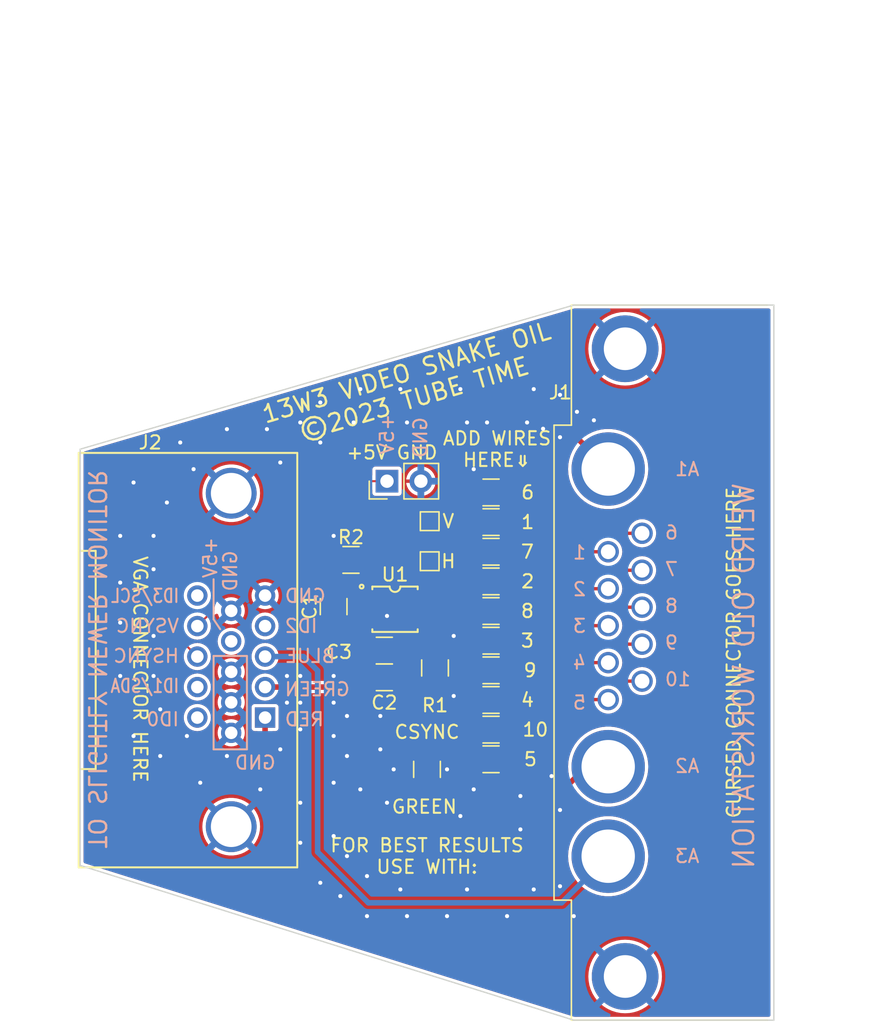
<source format=kicad_pcb>
(kicad_pcb (version 20221018) (generator pcbnew)
  (title_block (title "13W3 Video Snake Oil") (comment 1 "http://creativecommons.org/licenses/by-sa/4.0/") (comment 2 "4.0 International License. To view a copy of the license, visit ") (comment 3 "This work is licensed under the Creative Commons Attribution-ShareAlike") (comment 4 "Copyright (C) 2023 Tube Time"))
  (layers (0 "F.Cu" signal) (31 "B.Cu" signal) (34 "B.Paste" user) (35 "F.Paste" user) (36 "B.SilkS" user "B.Silkscreen") (37 "F.SilkS" user "F.Silkscreen") (38 "B.Mask" user) (39 "F.Mask" user) (44 "Edge.Cuts" user))
  (net 0 "")
  (net 1 "+5V")
  (net 2 "GND")
  (net 3 "Net-(C2-Pad1)")
  (net 4 "Net-(U1-Pad4)")
  (net 5 "Net-(J1-Pad1)")
  (net 6 "Net-(J1-Pad2)")
  (net 7 "Net-(J1-Pad3)")
  (net 8 "Net-(J1-Pad4)")
  (net 9 "Net-(J1-Pad5)")
  (net 10 "Net-(J1-Pad6)")
  (net 11 "Net-(J1-Pad7)")
  (net 12 "Net-(J1-Pad8)")
  (net 13 "Net-(J1-Pad9)")
  (net 14 "Net-(J1-Pad10)")
  (net 15 "Net-(J2-Pad3)")
  (net 19 "/~{HOUT}")
  (net 20 "/~{VOUT}")
  (net 22 "Net-(JP11-Pad1)")
  (net 23 "Net-(U1-Pad1)")
  (net 29 "Net-(J1-PadA1)")
  (net 30 "Net-(J1-PadA2)")
  (footprint "Connector_PinHeader_2.54mm:PinHeader_1x02_P2.54mm_Vertical" (layer "F.Cu") (at 128 81.4 90)
    (fp_text reference "J5" hide)
    (fp_text value "PWR")
    (fp_line (start -1.33 -1.33) (end 0 -1.33) (stroke (width 0.12)) (layer "F.SilkS"))
    (fp_line (start -1.33 0) (end -1.33 -1.33) (stroke (width 0.12)) (layer "F.SilkS"))
    (fp_line (start -1.33 1.27) (end -1.33 3.87) (stroke (width 0.12)) (layer "F.SilkS"))
    (fp_line (start -1.33 1.27) (end 1.33 1.27) (stroke (width 0.12)) (layer "F.SilkS"))
    (fp_line (start -1.33 3.87) (end 1.33 3.87) (stroke (width 0.12)) (layer "F.SilkS"))
    (fp_line (start 1.33 1.27) (end 1.33 3.87) (stroke (width 0.12)) (layer "F.SilkS"))
    (pad "1" thru_hole rect (at 0 0 90) (size 1.7 1.7) (drill 1) (layers "*.Cu" "*.Mask") (net 1 "+5V"))
    (pad "2" thru_hole oval (at 0 2.54 90) (size 1.7 1.7) (drill 1) (layers "*.Cu" "*.Mask") (net 2 "GND"))
  )
  (footprint "Passive:RESC2012X55" (layer "F.Cu") (at 135.8 93.355556)
    (fp_text reference "JP3" hide)
    (fp_text value "SolderJumper_2_Open")
    (fp_line (start -0.6 -1) (end 0.6 -1) (stroke (width 0.12)) (layer "F.SilkS"))
    (fp_line (start 0.6 1) (end -0.6 1) (stroke (width 0.12)) (layer "F.SilkS"))
    (pad "1" smd rect (at -1.25 0) (size 1.2 1.3) (layers "F.Cu" "F.Paste" "F.Mask") (net 2 "GND"))
    (pad "2" smd rect (at 1.25 0) (size 1.2 1.3) (layers "F.Cu" "F.Paste" "F.Mask") (net 7 "Net-(J1-Pad3)"))
  )
  (footprint "Passive:RESC2012X55" (layer "F.Cu") (at 135.8 91.133334)
    (fp_text reference "JP8" hide)
    (fp_text value "SolderJumper_2_Open")
    (fp_line (start -0.6 -1) (end 0.6 -1) (stroke (width 0.12)) (layer "F.SilkS"))
    (fp_line (start 0.6 1) (end -0.6 1) (stroke (width 0.12)) (layer "F.SilkS"))
    (pad "1" smd rect (at -1.25 0) (size 1.2 1.3) (layers "F.Cu" "F.Paste" "F.Mask") (net 2 "GND"))
    (pad "2" smd rect (at 1.25 0) (size 1.2 1.3) (layers "F.Cu" "F.Paste" "F.Mask") (net 12 "Net-(J1-Pad8)"))
  )
  (footprint "Passive:RESC2012X55" (layer "F.Cu") (at 135.8 84.466668)
    (fp_text reference "JP1" hide)
    (fp_text value "SolderJumper_2_Open")
    (fp_line (start -0.6 -1) (end 0.6 -1) (stroke (width 0.12)) (layer "F.SilkS"))
    (fp_line (start 0.6 1) (end -0.6 1) (stroke (width 0.12)) (layer "F.SilkS"))
    (pad "1" smd rect (at -1.25 0) (size 1.2 1.3) (layers "F.Cu" "F.Paste" "F.Mask") (net 2 "GND"))
    (pad "2" smd rect (at 1.25 0) (size 1.2 1.3) (layers "F.Cu" "F.Paste" "F.Mask") (net 5 "Net-(J1-Pad1)"))
  )
  (footprint "Passive:CAPC2012X55" (layer "F.Cu") (at 127.8 94.1 180)
    (fp_text reference "C3" (at 3.4 -0.1) (layer "F.SilkS"))
    (fp_text value "0.1uF")
    (fp_line (start -0.6 -1) (end 0.6 -1) (stroke (width 0.12)) (layer "F.SilkS"))
    (fp_line (start 0.6 1) (end -0.6 1) (stroke (width 0.12)) (layer "F.SilkS"))
    (pad "1" smd rect (at -1.25 0 180) (size 1.2 1.3) (layers "F.Cu" "F.Paste" "F.Mask") (net 3 "Net-(C2-Pad1)"))
    (pad "2" smd rect (at 1.25 0 180) (size 1.2 1.3) (layers "F.Cu" "F.Paste" "F.Mask") (net 4 "Net-(U1-Pad4)"))
  )
  (footprint "Passive:RESC2012X55" (layer "F.Cu") (at 135.8 82.244446)
    (fp_text reference "JP6" hide)
    (fp_text value "SolderJumper_2_Open")
    (fp_line (start -0.6 -1) (end 0.6 -1) (stroke (width 0.12)) (layer "F.SilkS"))
    (fp_line (start 0.6 1) (end -0.6 1) (stroke (width 0.12)) (layer "F.SilkS"))
    (pad "1" smd rect (at -1.25 0) (size 1.2 1.3) (layers "F.Cu" "F.Paste" "F.Mask") (net 2 "GND"))
    (pad "2" smd rect (at 1.25 0) (size 1.2 1.3) (layers "F.Cu" "F.Paste" "F.Mask") (net 10 "Net-(J1-Pad6)"))
  )
  (footprint "Passive:CAPC2012X55" (layer "F.Cu") (at 124 90.8 90)
    (fp_text reference "C1" (at 0 -1.8 90) (layer "F.SilkS"))
    (fp_text value "0.1uF")
    (fp_line (start -0.6 -1) (end 0.6 -1) (stroke (width 0.12)) (layer "F.SilkS"))
    (fp_line (start 0.6 1) (end -0.6 1) (stroke (width 0.12)) (layer "F.SilkS"))
    (pad "1" smd rect (at -1.25 0 90) (size 1.2 1.3) (layers "F.Cu" "F.Paste" "F.Mask") (net 1 "+5V"))
    (pad "2" smd rect (at 1.25 0 90) (size 1.2 1.3) (layers "F.Cu" "F.Paste" "F.Mask") (net 2 "GND"))
  )
  (footprint "Passive:RESC2012X55" (layer "F.Cu") (at 135.8 86.68889)
    (fp_text reference "JP7" hide)
    (fp_text value "SolderJumper_2_Open")
    (fp_line (start -0.6 -1) (end 0.6 -1) (stroke (width 0.12)) (layer "F.SilkS"))
    (fp_line (start 0.6 1) (end -0.6 1) (stroke (width 0.12)) (layer "F.SilkS"))
    (pad "1" smd rect (at -1.25 0) (size 1.2 1.3) (layers "F.Cu" "F.Paste" "F.Mask") (net 2 "GND"))
    (pad "2" smd rect (at 1.25 0) (size 1.2 1.3) (layers "F.Cu" "F.Paste" "F.Mask") (net 11 "Net-(J1-Pad7)"))
  )
  (footprint "Passive:RESC2012X55" (layer "F.Cu") (at 125.3 87.3)
    (fp_text reference "R2" (at 0 -1.7) (layer "F.SilkS"))
    (fp_text value "10K 1%")
    (fp_line (start -0.6 -1) (end 0.6 -1) (stroke (width 0.12)) (layer "F.SilkS"))
    (fp_line (start 0.6 1) (end -0.6 1) (stroke (width 0.12)) (layer "F.SilkS"))
    (pad "1" smd rect (at -1.25 0) (size 1.2 1.3) (layers "F.Cu" "F.Paste" "F.Mask") (net 2 "GND"))
    (pad "2" smd rect (at 1.25 0) (size 1.2 1.3) (layers "F.Cu" "F.Paste" "F.Mask") (net 23 "Net-(U1-Pad1)"))
  )
  (footprint "Passive:RESC2012X55" (layer "F.Cu") (at 135.8 100.022222)
    (fp_text reference "JP10" hide)
    (fp_text value "SolderJumper_2_Open")
    (fp_line (start -0.6 -1) (end 0.6 -1) (stroke (width 0.12)) (layer "F.SilkS"))
    (fp_line (start 0.6 1) (end -0.6 1) (stroke (width 0.12)) (layer "F.SilkS"))
    (pad "1" smd rect (at -1.25 0) (size 1.2 1.3) (layers "F.Cu" "F.Paste" "F.Mask") (net 2 "GND"))
    (pad "2" smd rect (at 1.25 0) (size 1.2 1.3) (layers "F.Cu" "F.Paste" "F.Mask") (net 14 "Net-(J1-Pad10)"))
  )
  (footprint "Passive:CAPC2012X55" (layer "F.Cu") (at 127.8 96.1 180)
    (fp_text reference "C2" (at 0 -1.9) (layer "F.SilkS"))
    (fp_text value "560pF")
    (fp_line (start -0.6 -1) (end 0.6 -1) (stroke (width 0.12)) (layer "F.SilkS"))
    (fp_line (start 0.6 1) (end -0.6 1) (stroke (width 0.12)) (layer "F.SilkS"))
    (pad "1" smd rect (at -1.25 0 180) (size 1.2 1.3) (layers "F.Cu" "F.Paste" "F.Mask") (net 3 "Net-(C2-Pad1)"))
    (pad "2" smd rect (at 1.25 0 180) (size 1.2 1.3) (layers "F.Cu" "F.Paste" "F.Mask") (net 2 "GND"))
  )
  (footprint "Conn:DB15HDFC" (layer "F.Cu") (at 116.321 107.2968 90)
    (fp_text reference "J2" (at 28.7968 -6.071 180) (layer "F.SilkS"))
    (fp_text value "VGA")
    (fp_line (start -3.048 -11.43) (end -3.048 4.953) (stroke (width 0.15)) (layer "F.SilkS"))
    (fp_line (start -3.048 4.953) (end 28.0162 4.953) (stroke (width 0.15)) (layer "F.SilkS"))
    (fp_line (start 4.318 -10.16) (end 4.318 -11.43) (stroke (width 0.15)) (layer "F.SilkS"))
    (fp_line (start 4.318 -10.16) (end 20.6756 -10.16) (stroke (width 0.15)) (layer "F.SilkS"))
    (fp_line (start 20.6756 -11.43) (end 20.6756 -10.16) (stroke (width 0.15)) (layer "F.SilkS"))
    (fp_line (start 28.0162 -11.43) (end -3.048 -11.43) (stroke (width 0.15)) (layer "F.SilkS"))
    (fp_line (start 28.0162 4.953) (end 28.0162 -11.43) (stroke (width 0.15)) (layer "F.SilkS"))
    (pad "1" thru_hole rect (at 8.1788 2.54 90) (size 1.524 1.524) (drill 0.9398) (layers "*.Cu" "*.Mask") (net 29 "Net-(J1-PadA1)"))
    (pad "2" thru_hole circle (at 10.4648 2.54 90) (size 1.524 1.524) (drill 0.9398) (layers "*.Cu" "*.Mask") (net 30 "Net-(J1-PadA2)"))
    (pad "3" thru_hole circle (at 12.7508 2.54 90) (size 1.524 1.524) (drill 0.9398) (layers "*.Cu" "*.Mask") (net 15 "Net-(J2-Pad3)"))
    (pad "4" thru_hole circle (at 15.0368 2.54 90) (size 1.524 1.524) (drill 0.9398) (layers "*.Cu" "*.Mask"))
    (pad "5" thru_hole circle (at 17.3228 2.54 90) (size 1.524 1.524) (drill 0.9398) (layers "*.Cu" "*.Mask") (net 2 "GND"))
    (pad "6" thru_hole circle (at 7.0358 0 90) (size 1.524 1.524) (drill 0.9398) (layers "*.Cu" "*.Mask") (net 2 "GND"))
    (pad "7" thru_hole circle (at 9.3218 0 90) (size 1.524 1.524) (drill 0.9398) (layers "*.Cu" "*.Mask") (net 2 "GND"))
    (pad "8" thru_hole circle (at 11.6078 0 90) (size 1.524 1.524) (drill 0.9398) (layers "*.Cu" "*.Mask") (net 2 "GND"))
    (pad "9" thru_hole circle (at 13.8938 0 90) (size 1.524 1.524) (drill 0.9398) (layers "*.Cu" "*.Mask"))
    (pad "10" thru_hole circle (at 16.1798 0 90) (size 1.524 1.524) (drill 0.9398) (layers "*.Cu" "*.Mask") (net 2 "GND"))
    (pad "11" thru_hole circle (at 8.1788 -2.54 90) (size 1.524 1.524) (drill 0.9398) (layers "*.Cu" "*.Mask"))
    (pad "12" thru_hole circle (at 10.4648 -2.54 90) (size 1.524 1.524) (drill 0.9398) (layers "*.Cu" "*.Mask"))
    (pad "13" thru_hole circle (at 12.7508 -2.54 90) (size 1.524 1.524) (drill 0.9398) (layers "*.Cu" "*.Mask") (net 19 "/~{HOUT}"))
    (pad "14" thru_hole circle (at 15.0368 -2.54 90) (size 1.524 1.524) (drill 0.9398) (layers "*.Cu" "*.Mask") (net 20 "/~{VOUT}"))
    (pad "15" thru_hole circle (at 17.3228 -2.54 90) (size 1.524 1.524) (drill 0.9398) (layers "*.Cu" "*.Mask"))
    (pad "SH" thru_hole circle (at 0 0 90) (size 3.81 3.81) (drill 3.048) (layers "*.Cu" "*.Mask") (net 2 "GND"))
    (pad "SH" thru_hole circle (at 24.9936 0 90) (size 3.81 3.81) (drill 3.048) (layers "*.Cu" "*.Mask") (net 2 "GND"))
  )
  (footprint "TestPoint:TestPoint_Pad_1.0x1.0mm" (layer "F.Cu") (at 131.2 84.4)
    (fp_text reference "J4" hide)
    (fp_text value "V")
    (fp_line (start -0.7 -0.7) (end 0.7 -0.7) (stroke (width 0.12)) (layer "F.SilkS"))
    (fp_line (start -0.7 0.7) (end -0.7 -0.7) (stroke (width 0.12)) (layer "F.SilkS"))
    (fp_line (start 0.7 -0.7) (end 0.7 0.7) (stroke (width 0.12)) (layer "F.SilkS"))
    (fp_line (start 0.7 0.7) (end -0.7 0.7) (stroke (width 0.12)) (layer "F.SilkS"))
    (pad "1" smd rect (at 0 0) (size 1 1) (layers "F.Cu" "F.Mask") (net 20 "/~{VOUT}"))
  )
  (footprint "Passive:RESC2012X55" (layer "F.Cu") (at 135.8 88.911112)
    (fp_text reference "JP2" hide)
    (fp_text value "SolderJumper_2_Open")
    (fp_line (start -0.6 -1) (end 0.6 -1) (stroke (width 0.12)) (layer "F.SilkS"))
    (fp_line (start 0.6 1) (end -0.6 1) (stroke (width 0.12)) (layer "F.SilkS"))
    (pad "1" smd rect (at -1.25 0) (size 1.2 1.3) (layers "F.Cu" "F.Paste" "F.Mask") (net 2 "GND"))
    (pad "2" smd rect (at 1.25 0) (size 1.2 1.3) (layers "F.Cu" "F.Paste" "F.Mask") (net 6 "Net-(J1-Pad2)"))
  )
  (footprint "Passive:RESC2012X55" (layer "F.Cu") (at 135.8 102.244446)
    (fp_text reference "JP5" hide)
    (fp_text value "SolderJumper_2_Open")
    (fp_line (start -0.6 -1) (end 0.6 -1) (stroke (width 0.12)) (layer "F.SilkS"))
    (fp_line (start 0.6 1) (end -0.6 1) (stroke (width 0.12)) (layer "F.SilkS"))
    (pad "1" smd rect (at -1.25 0) (size 1.2 1.3) (layers "F.Cu" "F.Paste" "F.Mask") (net 2 "GND"))
    (pad "2" smd rect (at 1.25 0) (size 1.2 1.3) (layers "F.Cu" "F.Paste" "F.Mask") (net 9 "Net-(J1-Pad5)"))
  )
  (footprint "Passive:RESC2012X55" (layer "F.Cu") (at 135.8 97.8)
    (fp_text reference "JP4" hide)
    (fp_text value "SolderJumper_2_Open")
    (fp_line (start -0.6 -1) (end 0.6 -1) (stroke (width 0.12)) (layer "F.SilkS"))
    (fp_line (start 0.6 1) (end -0.6 1) (stroke (width 0.12)) (layer "F.SilkS"))
    (pad "1" smd rect (at -1.25 0) (size 1.2 1.3) (layers "F.Cu" "F.Paste" "F.Mask") (net 2 "GND"))
    (pad "2" smd rect (at 1.25 0) (size 1.2 1.3) (layers "F.Cu" "F.Paste" "F.Mask") (net 8 "Net-(J1-Pad4)"))
  )
  (footprint "TestPoint:TestPoint_Pad_1.0x1.0mm" (layer "F.Cu") (at 131.2 87.4)
    (fp_text reference "J3" hide)
    (fp_text value "H")
    (fp_line (start -0.7 -0.7) (end 0.7 -0.7) (stroke (width 0.12)) (layer "F.SilkS"))
    (fp_line (start -0.7 0.7) (end -0.7 -0.7) (stroke (width 0.12)) (layer "F.SilkS"))
    (fp_line (start 0.7 -0.7) (end 0.7 0.7) (stroke (width 0.12)) (layer "F.SilkS"))
    (fp_line (start 0.7 0.7) (end -0.7 0.7) (stroke (width 0.12)) (layer "F.SilkS"))
    (pad "1" smd rect (at 0 0) (size 1 1) (layers "F.Cu" "F.Mask") (net 19 "/~{HOUT}"))
  )
  (footprint "Conn:DSUB-13W3" (layer "F.Cu") (at 156.5225 95 90)
    (fp_text reference "J1" (at 20.25 -15.5225 180) (layer "F.SilkS"))
    (fp_text value "DB13W3")
    (fp_line (start -26.8 -14.7) (end -17.8 -14.7) (stroke (width 0.12)) (layer "F.SilkS"))
    (fp_line (start -26.8 0) (end -26.8 -14.7) (stroke (width 0.12)) (layer "F.SilkS"))
    (fp_line (start -17.8 -16) (end 17.8 -16) (stroke (width 0.12)) (layer "F.SilkS"))
    (fp_line (start -17.8 -14.7) (end -17.8 -16) (stroke (width 0.12)) (layer "F.SilkS"))
    (fp_line (start 17.8 -14.7) (end 17.8 -16) (stroke (width 0.12)) (layer "F.SilkS"))
    (fp_line (start 17.8 -14.7) (end 26.8 -14.7) (stroke (width 0.12)) (layer "F.SilkS"))
    (fp_line (start 26.8 -14.7) (end 26.8 0) (stroke (width 0.12)) (layer "F.SilkS"))
    (pad "1" thru_hole circle (at 8.31 -11.94 90) (size 1.6 1.6) (drill 1.1) (layers "*.Cu" "*.Mask") (net 5 "Net-(J1-Pad1)"))
    (pad "2" thru_hole circle (at 5.54 -11.94 90) (size 1.6 1.6) (drill 1.1) (layers "*.Cu" "*.Mask") (net 6 "Net-(J1-Pad2)"))
    (pad "3" thru_hole circle (at 2.77 -11.94 90) (size 1.6 1.6) (drill 1.1) (layers "*.Cu" "*.Mask") (net 7 "Net-(J1-Pad3)"))
    (pad "4" thru_hole circle (at 0 -11.94 90) (size 1.6 1.6) (drill 1.1) (layers "*.Cu" "*.Mask") (net 8 "Net-(J1-Pad4)"))
    (pad "5" thru_hole circle (at -2.77 -11.94 90) (size 1.6 1.6) (drill 1.1) (layers "*.Cu" "*.Mask") (net 9 "Net-(J1-Pad5)"))
    (pad "6" thru_hole circle (at 9.695 -9.4 90) (size 1.6 1.6) (drill 1.1) (layers "*.Cu" "*.Mask") (net 10 "Net-(J1-Pad6)"))
    (pad "7" thru_hole circle (at 6.925 -9.4 90) (size 1.6 1.6) (drill 1.1) (layers "*.Cu" "*.Mask") (net 11 "Net-(J1-Pad7)"))
    (pad "8" thru_hole circle (at 4.155 -9.4 90) (size 1.6 1.6) (drill 1.1) (layers "*.Cu" "*.Mask") (net 12 "Net-(J1-Pad8)"))
    (pad "9" thru_hole circle (at 1.385 -9.4 90) (size 1.6 1.6) (drill 1.1) (layers "*.Cu" "*.Mask") (net 13 "Net-(J1-Pad9)"))
    (pad "10" thru_hole circle (at -1.385 -9.4 90) (size 1.6 1.6) (drill 1.1) (layers "*.Cu" "*.Mask") (net 14 "Net-(J1-Pad10)"))
    (pad "A1" thru_hole circle (at 14.51 -11.94 90) (size 5.5 5.5) (drill 4) (layers "*.Cu" "*.Mask") (net 29 "Net-(J1-PadA1)"))
    (pad "A2" thru_hole circle (at -7.798 -11.94 90) (size 5.5 5.5) (drill 4) (layers "*.Cu" "*.Mask") (net 30 "Net-(J1-PadA2)"))
    (pad "A3" thru_hole circle (at -14.51 -11.94 90) (size 5.5 5.5) (drill 4) (layers "*.Cu" "*.Mask") (net 15 "Net-(J2-Pad3)"))
    (pad "SH" thru_hole circle (at -23.525 -10.67 90) (size 5 5) (drill 3.2) (layers "*.Cu" "*.Mask") (net 2 "GND"))
    (pad "SH" thru_hole circle (at 23.525 -10.67 90) (size 5 5) (drill 3.2) (layers "*.Cu" "*.Mask") (net 2 "GND"))
  )
  (footprint "Passive:RESC2012X55" (layer "F.Cu") (at 131 103 -90)
    (fp_text reference "JP11" hide)
    (fp_text value "SolderJumper_2_Open")
    (fp_line (start -0.6 -1) (end 0.6 -1) (stroke (width 0.12)) (layer "F.SilkS"))
    (fp_line (start 0.6 1) (end -0.6 1) (stroke (width 0.12)) (layer "F.SilkS"))
    (pad "1" smd rect (at -1.25 0 270) (size 1.2 1.3) (layers "F.Cu" "F.Paste" "F.Mask") (net 22 "Net-(JP11-Pad1)"))
    (pad "2" smd rect (at 1.25 0 270) (size 1.2 1.3) (layers "F.Cu" "F.Paste" "F.Mask") (net 30 "Net-(J1-PadA2)"))
  )
  (footprint "Active:SSOP50P500X110-10" (layer "F.Cu") (at 128.6 91)
    (fp_text reference "U1" (at 0 -2.6) (layer "F.SilkS"))
    (fp_text value "LMH1980")
    (fp_line (start -1.7 -1.7) (end -1.7 -1.5) (stroke (width 0.15)) (layer "F.SilkS"))
    (fp_line (start -1.7 -1.7) (end -0.4 -1.7) (stroke (width 0.15)) (layer "F.SilkS"))
    (fp_line (start -1.7 1.7) (end -1.7 1.5) (stroke (width 0.15)) (layer "F.SilkS"))
    (fp_line (start -1.7 1.7) (end 1.7 1.7) (stroke (width 0.15)) (layer "F.SilkS"))
    (fp_line (start 0.4 -1.7) (end 1.7 -1.7) (stroke (width 0.15)) (layer "F.SilkS"))
    (fp_line (start 1.7 -1.7) (end 1.7 -1.5) (stroke (width 0.15)) (layer "F.SilkS"))
    (fp_line (start 1.7 1.7) (end 1.7 1.5) (stroke (width 0.15)) (layer "F.SilkS"))
    (fp_arc (start 0.4 -1.7) (mid 0 -1.3) (end -0.4 -1.7) (stroke (width 0.15)) (layer "F.SilkS"))
    (fp_circle (center -2.5 -1.7) (end -2.4 -1.6) (stroke (width 0.15)) (fill none) (layer "F.SilkS"))
    (pad "1" smd rect (at -2.2 -1) (size 1.4 0.3) (layers "F.Cu" "F.Paste" "F.Mask") (net 23 "Net-(U1-Pad1)"))
    (pad "2" smd rect (at -2.2 -0.5) (size 1.4 0.3) (layers "F.Cu" "F.Paste" "F.Mask") (net 2 "GND"))
    (pad "3" smd rect (at -2.2 0) (size 1.4 0.3) (layers "F.Cu" "F.Paste" "F.Mask") (net 1 "+5V"))
    (pad "4" smd rect (at -2.2 0.5) (size 1.4 0.3) (layers "F.Cu" "F.Paste" "F.Mask") (net 4 "Net-(U1-Pad4)"))
    (pad "5" smd rect (at -2.2 1) (size 1.4 0.3) (layers "F.Cu" "F.Paste" "F.Mask"))
    (pad "6" smd rect (at 2.2 1) (size 1.4 0.3) (layers "F.Cu" "F.Paste" "F.Mask") (net 19 "/~{HOUT}"))
    (pad "7" smd rect (at 2.2 0.5) (size 1.4 0.3) (layers "F.Cu" "F.Paste" "F.Mask") (net 20 "/~{VOUT}"))
    (pad "8" smd rect (at 2.2 0) (size 1.4 0.3) (layers "F.Cu" "F.Paste" "F.Mask"))
    (pad "9" smd rect (at 2.2 -0.5) (size 1.4 0.3) (layers "F.Cu" "F.Paste" "F.Mask"))
    (pad "10" smd rect (at 2.2 -1) (size 1.4 0.3) (layers "F.Cu" "F.Paste" "F.Mask"))
  )
  (footprint "Passive:RESC2012X55" (layer "F.Cu") (at 131.6 95.4 -90)
    (fp_text reference "R1" (at 2.8 0 180) (layer "F.SilkS"))
    (fp_text value "100")
    (fp_line (start -0.6 -1) (end 0.6 -1) (stroke (width 0.12)) (layer "F.SilkS"))
    (fp_line (start 0.6 1) (end -0.6 1) (stroke (width 0.12)) (layer "F.SilkS"))
    (pad "1" smd rect (at -1.25 0 270) (size 1.2 1.3) (layers "F.Cu" "F.Paste" "F.Mask") (net 3 "Net-(C2-Pad1)"))
    (pad "2" smd rect (at 1.25 0 270) (size 1.2 1.3) (layers "F.Cu" "F.Paste" "F.Mask") (net 22 "Net-(JP11-Pad1)"))
  )
  (footprint "Passive:RESC2012X55" (layer "F.Cu") (at 135.8 95.577778)
    (fp_text reference "JP9" hide)
    (fp_text value "SolderJumper_2_Open")
    (fp_line (start -0.6 -1) (end 0.6 -1) (stroke (width 0.12)) (layer "F.SilkS"))
    (fp_line (start 0.6 1) (end -0.6 1) (stroke (width 0.12)) (layer "F.SilkS"))
    (pad "1" smd rect (at -1.25 0) (size 1.2 1.3) (layers "F.Cu" "F.Paste" "F.Mask") (net 2 "GND"))
    (pad "2" smd rect (at 1.25 0) (size 1.2 1.3) (layers "F.Cu" "F.Paste" "F.Mask") (net 13 "Net-(J1-Pad9)"))
  )
  (gr_line (start 115.5 92.5) (end 115 91.75) (stroke (width 0.15)) (layer "B.SilkS"))
  (gr_line (start 115 91.75) (end 115 88.75) (stroke (width 0.15)) (layer "B.SilkS"))
  (gr_line (start 117.5 101.5) (end 117.5 94.5) (stroke (width 0.15)) (layer "B.SilkS"))
  (gr_line (start 115 101.5) (end 117.5 101.5) (stroke (width 0.15)) (layer "B.SilkS"))
  (gr_line (start 117.5 94.5) (end 115 94.5) (stroke (width 0.15)) (layer "B.SilkS"))
  (gr_line (start 115 94.5) (end 115 101.5) (stroke (width 0.15)) (layer "B.SilkS"))
  (gr_line (start 105 79) (end 105 110.2) (stroke (width 0.1)) (layer "Edge.Cuts"))
  (gr_line (start 157 68.2) (end 142 68.2) (stroke (width 0.1)) (layer "Edge.Cuts"))
  (gr_line (start 142 121.8) (end 157 121.8) (stroke (width 0.1)) (layer "Edge.Cuts"))
  (gr_line (start 157 121.8) (end 157 68.2) (stroke (width 0.1)) (layer "Edge.Cuts"))
  (gr_line (start 105 110.2) (end 142 121.8) (stroke (width 0.1)) (layer "Edge.Cuts"))
  (gr_line (start 142 68.2) (end 105 79) (stroke (width 0.1)) (layer "Edge.Cuts"))
  (gr_text "GND" (at 120.25 90) (layer "B.SilkS") (effects (font (size 1 1)) (justify right mirror)))
  (gr_text "ID3/SCL" (at 112.500004 89.999998) (layer "B.SilkS") (effects (font (size 1 0.8128)) (justify left mirror)))
  (gr_text "1" (at 142.999993 86.749992) (layer "B.SilkS") (effects (font (size 1 1)) (justify left mirror)))
  (gr_text "A2" (at 149.500006 102.75001) (layer "B.SilkS") (effects (font (size 1 1)) (justify right mirror)))
  (gr_text "+5V" (at 114.750012 88.749988 90) (layer "B.SilkS") (effects (font (size 1 1)) (justify right mirror)))
  (gr_text "4" (at 142.999993 94.999988) (layer "B.SilkS") (effects (font (size 1 1)) (justify left mirror)))
  (gr_text "A1" (at 149.500006 80.499991) (layer "B.SilkS") (effects (font (size 1 1)) (justify right mirror)))
  (gr_text "BLUE" (at 120.250001 94.499989) (layer "B.SilkS") (effects (font (size 1 1)) (justify right mirror)))
  (gr_text "7" (at 148.749995 88.000002) (layer "B.SilkS") (effects (font (size 1 1)) (justify right mirror)))
  (gr_text "ID0" (at 112.500004 99.249992) (layer "B.SilkS") (effects (font (size 1 1)) (justify left mirror)))
  (gr_text "TO SLIGHTLY NEWER MONITOR" (at 106.25 94.75 270) (layer "B.SilkS") (effects (font (size 1.27 1.27) (thickness 0.1778)) (justify mirror)))
  (gr_text "9" (at 148.749995 93.499991) (layer "B.SilkS") (effects (font (size 1 1)) (justify right mirror)))
  (gr_text "2" (at 142.999993 89.499999) (layer "B.SilkS") (effects (font (size 1 1)) (justify left mirror)))
  (gr_text "6" (at 148.75 85.25) (layer "B.SilkS") (effects (font (size 1 1)) (justify right mirror)))
  (gr_text "WEIRD OLD WORKSTATION" (at 154.750008 96.000011 90) (layer "B.SilkS") (effects (font (size 1.524 1.524) (thickness 0.1778)) (justify mirror)))
  (gr_text "RED" (at 120.25 99.249992) (layer "B.SilkS") (effects (font (size 1 1)) (justify right mirror)))
  (gr_text "3" (at 142.999993 92.250006) (layer "B.SilkS") (effects (font (size 1 1)) (justify left mirror)))
  (gr_text "HSYNC" (at 112.500004 94.499989) (layer "B.SilkS") (effects (font (size 1 1)) (justify left mirror)))
  (gr_text "+5V" (at 128 79.5 90) (layer "B.SilkS") (effects (font (size 1 1)) (justify right mirror)))
  (gr_text "GREEN" (at 120.250001 97.000009) (layer "B.SilkS") (effects (font (size 1 1)) (justify right mirror)))
  (gr_text "10" (at 148.749995 96.249998) (layer "B.SilkS") (effects (font (size 1 1)) (justify right mirror)))
  (gr_text "VSYNC" (at 112.500004 92.250006) (layer "B.SilkS") (effects (font (size 1 1)) (justify left mirror)))
  (gr_text "ID2" (at 120.25 92.25) (layer "B.SilkS") (effects (font (size 1 1)) (justify right mirror)))
  (gr_text "5" (at 142.999993 98.000007) (layer "B.SilkS") (effects (font (size 1 1)) (justify left mirror)))
  (gr_text "ID1/SDA" (at 112.500004 96.749997) (layer "B.SilkS") (effects (font (size 1 0.8128)) (justify left mirror)))
  (gr_text "GND" (at 130.5 79.75 90) (layer "B.SilkS") (effects (font (size 1 1)) (justify right mirror)))
  (gr_text "GND" (at 116.5 102.5) (layer "B.SilkS") (effects (font (size 1 1)) (justify right mirror)))
  (gr_text "8" (at 148.749995 90.750009) (layer "B.SilkS") (effects (font (size 1 1)) (justify right mirror)))
  (gr_text "GND" (at 116.25 89.75 90) (layer "B.SilkS") (effects (font (size 1 1)) (justify right mirror)))
  (gr_text "A3" (at 149.500006 109.50001) (layer "B.SilkS") (effects (font (size 1 1)) (justify right mirror)))
  (gr_text "6" (at 138.55 82.244446) (layer "F.SilkS") (effects (font (size 1 1))))
  (gr_text "4" (at 138.5275 97.8) (layer "F.SilkS") (effects (font (size 1 1))))
  (gr_text "CSYNC" (at 131 100.2) (layer "F.SilkS") (effects (font (size 1 1))))
  (gr_text "GREEN" (at 130.8 105.8) (layer "F.SilkS") (effects (font (size 1 1))))
  (gr_text "7" (at 138.5275 86.68889) (layer "F.SilkS") (effects (font (size 1 1))))
  (gr_text "9" (at 138.7275 95.577778) (layer "F.SilkS") (effects (font (size 1 1))))
  (gr_text "FOR BEST RESULTS\nUSE WITH:" (at 131 109.5) (layer "F.SilkS") (effects (font (size 1 1))))
  (gr_text "10" (at 139.1275 100.022222) (layer "F.SilkS") (effects (font (size 1 1))))
  (gr_text "3" (at 138.5275 93.355556) (layer "F.SilkS") (effects (font (size 1 1))))
  (gr_text "VGA CONNECTOR HERE" (at 109.50001 95.500012 270) (layer "F.SilkS") (effects (font (size 1 1))))
  (gr_text "2" (at 138.55 88.911112) (layer "F.SilkS") (effects (font (size 1 1))))
  (gr_text "+5V" (at 126.5 79.25) (layer "F.SilkS") (effects (font (size 1 1))))
  (gr_text "H" (at 132.6 87.4) (layer "F.SilkS") (effects (font (size 1 1))))
  (gr_text "5" (at 138.75 102.244446) (layer "F.SilkS") (effects (font (size 1 1))))
  (gr_text "CURSED CONNECTOR GOES HERE" (at 154 94.250002 90) (layer "F.SilkS") (effects (font (size 1 1))))
  (gr_text "ADD WIRES\nHERE⇓" (at 136.249994 78.999994) (layer "F.SilkS") (effects (font (size 1 1))))
  (gr_text "GND" (at 130.25 79.250007) (layer "F.SilkS") (effects (font (size 1 1))))
  (gr_text "13W3 VIDEO SNAKE OIL\n©2023 TUBE TIME" (at 129.750007 74.249991 16.5) (layer "F.SilkS") (effects (font (size 1.27 1.27) (thickness 0.1778))))
  (gr_text "1" (at 138.55 84.466668) (layer "F.SilkS") (effects (font (size 1 1))))
  (gr_text "8" (at 138.5275 91.133334) (layer "F.SilkS") (effects (font (size 1 1))))
  (gr_text "V" (at 132.6 84.4) (layer "F.SilkS") (effects (font (size 1 1))))
  (segment (start 122.4 85.8) (end 126.8 81.4) (width 0.1524) (layer "F.Cu") (net 1))
  (segment (start 123.05 92.05) (end 122.4 91.4) (width 0.1524) (layer "F.Cu") (net 1))
  (segment (start 122.4 91.4) (end 122.4 85.8) (width 0.1524) (layer "F.Cu") (net 1))
  (segment (start 125.05 91) (end 124 92.05) (width 0.1524) (layer "F.Cu") (net 1))
  (segment (start 126.4 91) (end 125.05 91) (width 0.1524) (layer "F.Cu") (net 1))
  (segment (start 126.8 81.4) (end 128 81.4) (width 0.1524) (layer "F.Cu") (net 1))
  (segment (start 124 92.05) (end 123.05 92.05) (width 0.1524) (layer "F.Cu") (net 1))
  (segment (start 126.4 90.5) (end 127.75 90.5) (width 0.254) (layer "F.Cu") (net 2))
  (segment (start 126.4 90.5) (end 125.2 90.5) (width 0.254) (layer "F.Cu") (net 2))
  (via (at 118.5 104.5) (size 0.7112) (drill 0.3048) (layers "F.Cu" "B.Cu") (net 2))
  (via (at 134 77) (size 0.7112) (drill 0.3048) (layers "F.Cu" "B.Cu") (net 2))
  (via (at 121.5 77) (size 0.7112) (drill 0.3048) (layers "F.Cu" "B.Cu") (net 2))
  (via (at 126.5 114) (size 0.7112) (drill 0.3048) (layers "F.Cu" "B.Cu") (net 2))
  (via (at 120.5 96) (size 0.7112) (drill 0.3048) (layers "F.Cu" "B.Cu") (net 2))
  (via (at 125 102) (size 0.7112) (drill 0.3048) (layers "F.Cu" "B.Cu") (net 2))
  (via (at 116 102) (size 0.7112) (drill 0.3048) (layers "F.Cu" "B.Cu") (net 2))
  (via (at 125.5 77) (size 0.7112) (drill 0.3048) (layers "F.Cu" "B.Cu") (net 2))
  (via (at 125 109.5) (size 0.7112) (drill 0.3048) (layers "F.Cu" "B.Cu") (net 2))
  (via (at 140.97 106.045) (size 0.7112) (drill 0.3048) (layers "F.Cu" "B.Cu") (net 2))
  (via (at 142.24 76.2) (size 0.7112) (drill 0.3048) (layers "F.Cu" "B.Cu") (net 2))
  (via (at 138.5 77) (size 0.7112) (drill 0.3048) (layers "F.Cu" "B.Cu") (net 2))
  (via (at 109 100.5) (size 0.7112) (drill 0.3048) (layers "F.Cu" "B.Cu") (net 2))
  (via (at 108 89) (size 0.7112) (drill 0.3048) (layers "F.Cu" "B.Cu") (net 2))
  (via (at 111 102) (size 0.7112) (drill 0.3048) (layers "F.Cu" "B.Cu") (net 2))
  (via (at 134.5 80.5) (size 0.7112) (drill 0.3048) (layers "F.Cu" "B.Cu") (net 2))
  (via (at 110.5 85.5) (size 0.7112) (drill 0.3048) (layers "F.Cu" "B.Cu") (net 2))
  (via (at 108 85.5) (size 0.7112) (drill 0.3048) (layers "F.Cu" "B.Cu") (net 2))
  (via (at 140.97 74.93) (size 0.7112) (drill 0.3048) (layers "F.Cu" "B.Cu") (net 2))
  (via (at 124.5 112.5) (size 0.7112) (drill 0.3048) (layers "F.Cu" "B.Cu") (net 2))
  (via (at 134 112) (size 0.7112) (drill 0.3048) (layers "F.Cu" "B.Cu") (net 2))
  (via (at 124 100.5) (size 0.7112) (drill 0.3048) (layers "F.Cu" "B.Cu") (net 2))
  (via (at 126.5 111) (size 0.7112) (drill 0.3048) (layers "F.Cu" "B.Cu") (net 2))
  (via (at 129.5 77) (size 0.7112) (drill 0.3048) (layers "F.Cu" "B.Cu") (net 2))
  (via (at 123 78.5) (size 0.7112) (drill 0.3048) (layers "F.Cu" "B.Cu") (net 2))
  (via (at 114 104) (size 0.7112) (drill 0.3048) (layers "F.Cu" "B.Cu") (net 2))
  (via (at 140.335 103.505) (size 0.7112) (drill 0.3048) (layers "F.Cu" "B.Cu") (net 2))
  (via (at 139 112) (size 0.7112) (drill 0.3048) (layers "F.Cu" "B.Cu") (net 2))
  (via (at 132.5 103) (size 0.7112) (drill 0.3048) (layers "F.Cu" "B.Cu") (net 2))
  (via (at 126 104.5) (size 0.7112) (drill 0.3048) (layers "F.Cu" "B.Cu") (net 2))
  (via (at 110.5 96) (size 0.7112) (drill 0.3048) (layers "F.Cu" "B.Cu") (net 2))
  (via (at 128 91.5) (size 0.7112) (drill 0.3048) (layers "F.Cu" "B.Cu") (net 2))
  (via (at 133 97.5) (size 0.7112) (drill 0.3048) (layers "F.Cu" "B.Cu") (net 2))
  (via (at 123 111.5) (size 0.7112) (drill 0.3048) (layers "F.Cu" "B.Cu") (net 2))
  (via (at 142 114) (size 0.7112) (drill 0.3048) (layers "F.Cu" "B.Cu") (net 2))
  (via (at 139 74.5) (size 0.7112) (drill 0.3048) (layers "F.Cu" "B.Cu") (net 2))
  (via (at 133.5 74.5) (size 0.7112) (drill 0.3048) (layers "F.Cu" "B.Cu") (net 2))
  (via (at 108 96) (size 0.7112) (drill 0.3048) (layers "F.Cu" "B.Cu") (net 2))
  (via (at 121.5 100) (size 0.7112) (drill 0.3048) (layers "F.Cu" "B.Cu") (net 2))
  (via (at 123 75.5) (size 0.7112) (drill 0.3048) (layers "F.Cu" "B.Cu") (net 2))
  (via (at 140.97 111.76) (size 0.7112) (drill 0.3048) (layers "F.Cu" "B.Cu") (net 2))
  (via (at 124 96) (size 0.7112) (drill 0.3048) (layers "F.Cu" "B.Cu") (net 2))
  (via (at 140.97 78.105) (size 0.7112) (drill 0.3048) (layers "F.Cu" "B.Cu") (net 2))
  (via (at 121.5 105.5) (size 0.7112) (drill 0.3048) (layers "F.Cu" "B.Cu") (net 2))
  (via (at 125 99) (size 0.7112) (drill 0.3048) (layers "F.Cu" "B.Cu") (net 2))
  (via (at 116 77.5) (size 0.7112) (drill 0.3048) (layers "F.Cu" "B.Cu") (net 2))
  (via (at 129.5 114) (size 0.7112) (drill 0.3048) (layers "F.Cu" "B.Cu") (net 2))
  (via (at 128 105.5) (size 0.7112) (drill 0.3048) (layers "F.Cu" "B.Cu") (net 2))
  (via (at 128.5 103) (size 0.7112) (drill 0.3048) (layers "F.Cu" "B.Cu") (net 2))
  (via (at 133 93) (size 0.7112) (drill 0.3048) (layers "F.Cu" "B.Cu") (net 2))
  (via (at 138 105) (size 0.7112) (drill 0.3048) (layers "F.Cu" "B.Cu") (net 2))
  (via (at 132.5 114) (size 0.7112) (drill 0.3048) (layers "F.Cu" "B.Cu") (net 2))
  (via (at 127.5 99) (size 0.7112) (drill 0.3048) (layers "F.Cu" "B.Cu") (net 2))
  (via (at 127.5 101.5) (size 0.7112) (drill 0.3048) (layers "F.Cu" "B.Cu") (net 2))
  (via (at 113.5 80.5) (size 0.7112) (drill 0.3048) (layers "F.Cu" "B.Cu") (net 2))
  (via (at 121.5 108.5) (size 0.7112) (drill 0.3048) (layers "F.Cu" "B.Cu") (net 2))
  (via (at 121.5 98) (size 0.7112) (drill 0.3048) (layers "F.Cu" "B.Cu") (net 2))
  (via (at 110.5 88) (size 0.7112) (drill 0.3048) (layers "F.Cu" "B.Cu") (net 2))
  (via (at 134.5 104.5) (size 0.7112) (drill 0.3048) (layers "F.Cu" "B.Cu") (net 2))
  (via (at 120 80) (size 0.7112) (drill 0.3048) (layers "F.Cu" "B.Cu") (net 2))
  (via (at 120.5 98) (size 0.7112) (drill 0.3048) (layers "F.Cu" "B.Cu") (net 2))
  (via (at 138 107.5) (size 0.7112) (drill 0.3048) (layers "F.Cu" "B.Cu") (net 2))
  (via (at 143.51 76.835) (size 0.7112) (drill 0.3048) (layers "F.Cu" "B.Cu") (net 2))
  (via (at 111 98.5) (size 0.7112) (drill 0.3048) (layers "F.Cu" "B.Cu") (net 2))
  (via (at 108 92) (size 0.7112) (drill 0.3048) (layers "F.Cu" "B.Cu") (net 2))
  (via (at 129 112) (size 0.7112) (drill 0.3048) (layers "F.Cu" "B.Cu") (net 2))
  (via (at 112.5 78.5) (size 0.7112) (drill 0.3048) (layers "F.Cu" "B.Cu") (net 2))
  (via (at 124 104) (size 0.7112) (drill 0.3048) (layers "F.Cu" "B.Cu") (net 2))
  (via (at 121.5 96) (size 0.7112) (drill 0.3048) (layers "F.Cu" "B.Cu") (net 2))
  (via (at 113 100.5) (size 0.7112) (drill 0.3048) (layers "F.Cu" "B.Cu") (net 2))
  (via (at 126 74.5) (size 0.7112) (drill 0.3048) (layers "F.Cu" "B.Cu") (net 2))
  (via (at 133.5 106.5) (size 0.7112) (drill 0.3048) (layers "F.Cu" "B.Cu") (net 2))
  (via (at 109 81.5) (size 0.7112) (drill 0.3048) (layers "F.Cu" "B.Cu") (net 2))
  (via (at 111.5 83) (size 0.7112) (drill 0.3048) (layers "F.Cu" "B.Cu") (net 2))
  (via (at 124 98) (size 0.7112) (drill 0.3048) (layers "F.Cu" "B.Cu") (net 2))
  (via (at 120 101.5) (size 0.7112) (drill 0.3048) (layers "F.Cu" "B.Cu") (net 2))
  (via (at 137 114) (size 0.7112) (drill 0.3048) (layers "F.Cu" "B.Cu") (net 2))
  (via (at 129 74.5) (size 0.7112) (drill 0.3048) (layers "F.Cu" "B.Cu") (net 2))
  (via (at 124 85.5) (size 0.7112) (drill 0.3048) (layers "F.Cu" "B.Cu") (net 2))
  (via (at 124 108) (size 0.7112) (drill 0.3048) (layers "F.Cu" "B.Cu") (net 2))
  (via (at 139.7 77.47) (size 0.7112) (drill 0.3048) (layers "F.Cu" "B.Cu") (net 2))
  (via (at 110.5 93) (size 0.7112) (drill 0.3048) (layers "F.Cu" "B.Cu") (net 2))
  (via (at 119 77.5) (size 0.7112) (drill 0.3048) (layers "F.Cu" "B.Cu") (net 2))
  (via (at 135.5 77) (size 0.7112) (drill 0.3048) (layers "F.Cu" "B.Cu") (net 2))
  (segment (start 129.05 94.1) (end 129.05 96.1) (width 0.1524) (layer "F.Cu") (net 3))
  (segment (start 129.05 94.1) (end 131.55 94.1) (width 0.1524) (layer "F.Cu") (net 3))
  (segment (start 131.55 94.1) (end 131.6 94.15) (width 0.1524) (layer "F.Cu") (net 3))
  (segment (start 125.2 91.798578) (end 125.2 92.75) (width 0.1524) (layer "F.Cu") (net 4))
  (segment (start 125.498578 91.5) (end 125.2 91.798578) (width 0.1524) (layer "F.Cu") (net 4))
  (segment (start 126.4 91.5) (end 125.498578 91.5) (width 0.1524) (layer "F.Cu") (net 4))
  (segment (start 125.2 92.75) (end 126.55 94.1) (width 0.1524) (layer "F.Cu") (net 4))
  (segment (start 137.05 84.466668) (end 138.866668 84.466668) (width 0.25) (layer "F.Cu") (net 5))
  (segment (start 141.09 86.69) (end 144.5825 86.69) (width 0.25) (layer "F.Cu") (net 5))
  (segment (start 138.866668 84.466668) (end 141.09 86.69) (width 0.25) (layer "F.Cu") (net 5))
  (segment (start 139.46 89.46) (end 138.911112 88.911112) (width 0.25) (layer "F.Cu") (net 6))
  (segment (start 138.911112 88.911112) (end 137.05 88.911112) (width 0.25) (layer "F.Cu") (net 6))
  (segment (start 144.5825 89.46) (end 139.46 89.46) (width 0.25) (layer "F.Cu") (net 6))
  (segment (start 144.5825 92.23) (end 139.97 92.23) (width 0.25) (layer "F.Cu") (net 7))
  (segment (start 139.97 92.23) (end 138.844444 93.355556) (width 0.25) (layer "F.Cu") (net 7))
  (segment (start 138.844444 93.355556) (end 137.05 93.355556) (width 0.25) (layer "F.Cu") (net 7))
  (segment (start 144.5825 95) (end 141.8 95) (width 0.25) (layer "F.Cu") (net 8))
  (segment (start 141.8 95) (end 139 97.8) (width 0.25) (layer "F.Cu") (net 8))
  (segment (start 139 97.8) (end 137.05 97.8) (width 0.25) (layer "F.Cu") (net 8))
  (segment (start 138.955554 102.244446) (end 137.05 102.244446) (width 0.25) (layer "F.Cu") (net 9))
  (segment (start 144.5825 97.77) (end 143.43 97.77) (width 0.25) (layer "F.Cu") (net 9))
  (segment (start 143.43 97.77) (end 138.955554 102.244446) (width 0.25) (layer "F.Cu") (net 9))
  (segment (start 138.844446 82.244446) (end 141.905 85.305) (width 0.25) (layer "F.Cu") (net 10))
  (segment (start 137.05 82.244446) (end 138.844446 82.244446) (width 0.25) (layer "F.Cu") (net 10))
  (segment (start 141.905 85.305) (end 147.1225 85.305) (width 0.25) (layer "F.Cu") (net 10))
  (segment (start 147.1225 88.075) (end 140.275 88.075) (width 0.25) (layer "F.Cu") (net 11))
  (segment (start 140.275 88.075) (end 138.88889 86.68889) (width 0.25) (layer "F.Cu") (net 11))
  (segment (start 138.88889 86.68889) (end 137.05 86.68889) (width 0.25) (layer "F.Cu") (net 11))
  (segment (start 137.338334 90.845) (end 137.05 91.133334) (width 0.25) (layer "F.Cu") (net 12))
  (segment (start 147.1225 90.845) (end 137.338334 90.845) (width 0.25) (layer "F.Cu") (net 12))
  (segment (start 138.922222 95.577778) (end 137.05 95.577778) (width 0.25) (layer "F.Cu") (net 13))
  (segment (start 147.1225 93.615) (end 140.885 93.615) (width 0.25) (layer "F.Cu") (net 13))
  (segment (start 140.885 93.615) (end 138.922222 95.577778) (width 0.25) (layer "F.Cu") (net 13))
  (segment (start 147.1225 96.385) (end 142.615 96.385) (width 0.25) (layer "F.Cu") (net 14))
  (segment (start 138.977778 100.022222) (end 137.05 100.022222) (width 0.25) (layer "F.Cu") (net 14))
  (segment (start 142.615 96.385) (end 138.977778 100.022222) (width 0.25) (layer "F.Cu") (net 14))
  (segment (start 121.746 94.546) (end 122.8 95.6) (width 0.415) (layer "B.Cu") (net 15))
  (segment (start 126.6 113) (end 141.0925 113) (width 0.415) (layer "B.Cu") (net 15))
  (segment (start 122.8 109.2) (end 126.6 113) (width 0.415) (layer "B.Cu") (net 15))
  (segment (start 122.8 95.6) (end 122.8 109.2) (width 0.415) (layer "B.Cu") (net 15))
  (segment (start 118.861 94.546) (end 121.746 94.546) (width 0.415) (layer "B.Cu") (net 15))
  (segment (start 141.0925 113) (end 144.5825 109.51) (width 0.415) (layer "B.Cu") (net 15))
  (segment (start 133 85.6) (end 131.2 87.4) (width 0.1524) (layer "F.Cu") (net 19))
  (segment (start 117 88) (end 126.2 78.8) (width 0.1524) (layer "F.Cu") (net 19))
  (segment (start 132.2 78.8) (end 133 79.6) (width 0.1524) (layer "F.Cu") (net 19))
  (segment (start 113.2 88) (end 117 88) (width 0.1524) (layer "F.Cu") (net 19))
  (segment (start 132 92) (end 132.6 91.4) (width 0.1524) (layer "F.Cu") (net 19))
  (segment (start 126.2 78.8) (end 132.2 78.8) (width 0.1524) (layer "F.Cu") (net 19))
  (segment (start 130.8 92) (end 132 92) (width 0.1524) (layer "F.Cu") (net 19))
  (segment (start 113.781 94.546) (end 112.4 93.165) (width 0.1524) (layer "F.Cu") (net 19))
  (segment (start 112.4 93.165) (end 112.4 88.8) (width 0.1524) (layer "F.Cu") (net 19))
  (segment (start 112.4 88.8) (end 113.2 88) (width 0.1524) (layer "F.Cu") (net 19))
  (segment (start 133 79.6) (end 133 85.6) (width 0.1524) (layer "F.Cu") (net 19))
  (segment (start 132.6 91.4) (end 132.6 88.8) (width 0.1524) (layer "F.Cu") (net 19))
  (segment (start 132.6 88.8) (end 131.2 87.4) (width 0.1524) (layer "F.Cu") (net 19))
  (segment (start 130.8 91.5) (end 129.7 91.5) (width 0.1524) (layer "F.Cu") (net 20))
  (segment (start 132.4 83.2) (end 131.2 84.4) (width 0.1524) (layer "F.Cu") (net 20))
  (segment (start 115.75 88.75) (end 117.45 88.75) (width 0.1524) (layer "F.Cu") (net 20))
  (segment (start 115 89.5) (end 115.75 88.75) (width 0.1524) (layer "F.Cu") (net 20))
  (segment (start 132 79.4) (end 132.4 79.8) (width 0.1524) (layer "F.Cu") (net 20))
  (segment (start 117.45 88.75) (end 126.8 79.4) (width 0.1524) (layer "F.Cu") (net 20))
  (segment (start 132.4 79.8) (end 132.4 83.2) (width 0.1524) (layer "F.Cu") (net 20))
  (segment (start 129.2 91) (end 129.2 86.4) (width 0.1524) (layer "F.Cu") (net 20))
  (segment (start 115 91.041) (end 115 89.5) (width 0.1524) (layer "F.Cu") (net 20))
  (segment (start 113.781 92.26) (end 115 91.041) (width 0.1524) (layer "F.Cu") (net 20))
  (segment (start 129.2 86.4) (end 131.2 84.4) (width 0.1524) (layer "F.Cu") (net 20))
  (segment (start 129.7 91.5) (end 129.2 91) (width 0.1524) (layer "F.Cu") (net 20))
  (segment (start 126.8 79.4) (end 132 79.4) (width 0.1524) (layer "F.Cu") (net 20))
  (segment (start 131.6 96.65) (end 131.6 98.8) (width 0.1524) (layer "F.Cu") (net 22))
  (segment (start 131 99.4) (end 131 101.75) (width 0.1524) (layer "F.Cu") (net 22))
  (segment (start 131.6 98.8) (end 131 99.4) (width 0.1524) (layer "F.Cu") (net 22))
  (segment (start 126.4 87.45) (end 126.55 87.3) (width 0.1524) (layer "F.Cu") (net 23))
  (segment (start 126.4 90) (end 126.4 87.45) (width 0.1524) (layer "F.Cu") (net 23))
  (segment (start 109.2 83.4) (end 114 78.6) (width 0.415) (layer "F.Cu") (net 29))
  (segment (start 124.2 75.8) (end 139.8925 75.8) (width 0.415) (layer "F.Cu") (net 29))
  (segment (start 139.8925 75.8) (end 144.5825 80.49) (width 0.415) (layer "F.Cu") (net 29))
  (segment (start 113.8 103.2) (end 109.2 98.6) (width 0.415) (layer "F.Cu") (net 29))
  (segment (start 118.861 99.118) (end 118.861 102.139) (width 0.415) (layer "F.Cu") (net 29))
  (segment (start 121.4 78.6) (end 124.2 75.8) (width 0.415) (layer "F.Cu") (net 29))
  (segment (start 117.8 103.2) (end 113.8 103.2) (width 0.415) (layer "F.Cu") (net 29))
  (segment (start 109.2 98.6) (end 109.2 83.4) (width 0.415) (layer "F.Cu") (net 29))
  (segment (start 114 78.6) (end 121.4 78.6) (width 0.415) (layer "F.Cu") (net 29))
  (segment (start 118.861 102.139) (end 117.8 103.2) (width 0.415) (layer "F.Cu") (net 29))
  (segment (start 134.6 106.2) (end 139.545 106.2) (width 0.415) (layer "F.Cu") (net 30))
  (segment (start 142.947 102.798) (end 144.5825 102.798) (width 0.415) (layer "F.Cu") (net 30))
  (segment (start 131 104.25) (end 132.65 104.25) (width 0.415) (layer "F.Cu") (net 30))
  (segment (start 118.861 96.832) (end 124.432 96.832) (width 0.415) (layer "F.Cu") (net 30))
  (segment (start 126.2 98.6) (end 126.2 103) (width 0.415) (layer "F.Cu") (net 30))
  (segment (start 126.2 103) (end 127.45 104.25) (width 0.415) (layer "F.Cu") (net 30))
  (segment (start 132.65 104.25) (end 134.6 106.2) (width 0.415) (layer "F.Cu") (net 30))
  (segment (start 139.545 106.2) (end 142.947 102.798) (width 0.415) (layer "F.Cu") (net 30))
  (segment (start 124.432 96.832) (end 126.2 98.6) (width 0.415) (layer "F.Cu") (net 30))
  (segment (start 127.45 104.25) (end 131 104.25) (width 0.415) (layer "F.Cu") (net 30))
  (zone (net 2) (net_name "GND") (layer "F.Cu") (connect_pads (clearance 0.254)) (min_thickness 0.254) (fill yes (thermal_gap 0.254) (thermal_bridge_width 0.254))
    (polygon (pts (xy 157 122) (xy 142 122) (xy 105 110) (xy 105 79) (xy 142 68) (xy 157 68)))
  )
  (zone (net 2) (net_name "GND") (layer "B.Cu") (connect_pads (clearance 0.254)) (min_thickness 0.254) (fill yes (thermal_gap 0.508) (thermal_bridge_width 0.508))
    (polygon (pts (xy 157 122) (xy 142 122) (xy 105 110) (xy 105 79) (xy 142 68) (xy 157 68)))
  )
)
</source>
